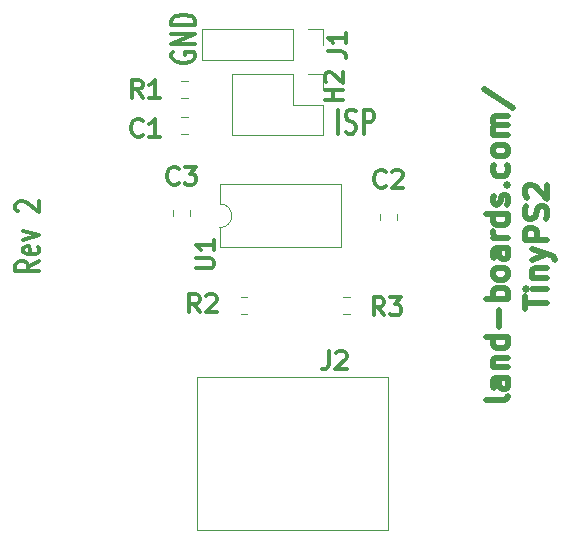
<source format=gbr>
G04 #@! TF.GenerationSoftware,KiCad,Pcbnew,(5.0.2)-1*
G04 #@! TF.CreationDate,2020-01-01T19:06:28-05:00*
G04 #@! TF.ProjectId,TinyPS2,54696e79-5053-4322-9e6b-696361645f70,X1*
G04 #@! TF.SameCoordinates,Original*
G04 #@! TF.FileFunction,Legend,Top*
G04 #@! TF.FilePolarity,Positive*
%FSLAX46Y46*%
G04 Gerber Fmt 4.6, Leading zero omitted, Abs format (unit mm)*
G04 Created by KiCad (PCBNEW (5.0.2)-1) date 1/1/2020 7:06:28 PM*
%MOMM*%
%LPD*%
G01*
G04 APERTURE LIST*
%ADD10C,0.304800*%
%ADD11C,0.476250*%
%ADD12C,0.120000*%
G04 APERTURE END LIST*
D10*
X24638000Y-18179142D02*
X24541238Y-18324285D01*
X24541238Y-18542000D01*
X24638000Y-18759714D01*
X24831523Y-18904857D01*
X25025047Y-18977428D01*
X25412095Y-19050000D01*
X25702380Y-19050000D01*
X26089428Y-18977428D01*
X26282952Y-18904857D01*
X26476476Y-18759714D01*
X26573238Y-18542000D01*
X26573238Y-18396857D01*
X26476476Y-18179142D01*
X26379714Y-18106571D01*
X25702380Y-18106571D01*
X25702380Y-18396857D01*
X26573238Y-17453428D02*
X24541238Y-17453428D01*
X26573238Y-16582571D01*
X24541238Y-16582571D01*
X26573238Y-15856857D02*
X24541238Y-15856857D01*
X24541238Y-15494000D01*
X24638000Y-15276285D01*
X24831523Y-15131142D01*
X25025047Y-15058571D01*
X25412095Y-14986000D01*
X25702380Y-14986000D01*
X26089428Y-15058571D01*
X26282952Y-15131142D01*
X26476476Y-15276285D01*
X26573238Y-15494000D01*
X26573238Y-15856857D01*
X13365238Y-35850285D02*
X12397619Y-36358285D01*
X13365238Y-36721142D02*
X11333238Y-36721142D01*
X11333238Y-36140571D01*
X11430000Y-35995428D01*
X11526761Y-35922857D01*
X11720285Y-35850285D01*
X12010571Y-35850285D01*
X12204095Y-35922857D01*
X12300857Y-35995428D01*
X12397619Y-36140571D01*
X12397619Y-36721142D01*
X13268476Y-34616571D02*
X13365238Y-34761714D01*
X13365238Y-35052000D01*
X13268476Y-35197142D01*
X13074952Y-35269714D01*
X12300857Y-35269714D01*
X12107333Y-35197142D01*
X12010571Y-35052000D01*
X12010571Y-34761714D01*
X12107333Y-34616571D01*
X12300857Y-34544000D01*
X12494380Y-34544000D01*
X12687904Y-35269714D01*
X12010571Y-34036000D02*
X13365238Y-33673142D01*
X12010571Y-33310285D01*
X11526761Y-31641142D02*
X11430000Y-31568571D01*
X11333238Y-31423428D01*
X11333238Y-31060571D01*
X11430000Y-30915428D01*
X11526761Y-30842857D01*
X11720285Y-30770285D01*
X11913809Y-30770285D01*
X12204095Y-30842857D01*
X13365238Y-31713714D01*
X13365238Y-30770285D01*
X38644285Y-25049238D02*
X38644285Y-23017238D01*
X39297428Y-24952476D02*
X39515142Y-25049238D01*
X39878000Y-25049238D01*
X40023142Y-24952476D01*
X40095714Y-24855714D01*
X40168285Y-24662190D01*
X40168285Y-24468666D01*
X40095714Y-24275142D01*
X40023142Y-24178380D01*
X39878000Y-24081619D01*
X39587714Y-23984857D01*
X39442571Y-23888095D01*
X39370000Y-23791333D01*
X39297428Y-23597809D01*
X39297428Y-23404285D01*
X39370000Y-23210761D01*
X39442571Y-23114000D01*
X39587714Y-23017238D01*
X39950571Y-23017238D01*
X40168285Y-23114000D01*
X40821428Y-25049238D02*
X40821428Y-23017238D01*
X41402000Y-23017238D01*
X41547142Y-23114000D01*
X41619714Y-23210761D01*
X41692285Y-23404285D01*
X41692285Y-23694571D01*
X41619714Y-23888095D01*
X41547142Y-23984857D01*
X41402000Y-24081619D01*
X40821428Y-24081619D01*
D11*
X53042910Y-47289357D02*
X52952196Y-47470785D01*
X52770767Y-47561500D01*
X51137910Y-47561500D01*
X53042910Y-45747214D02*
X52045053Y-45747214D01*
X51863625Y-45837928D01*
X51772910Y-46019357D01*
X51772910Y-46382214D01*
X51863625Y-46563642D01*
X52952196Y-45747214D02*
X53042910Y-45928642D01*
X53042910Y-46382214D01*
X52952196Y-46563642D01*
X52770767Y-46654357D01*
X52589339Y-46654357D01*
X52407910Y-46563642D01*
X52317196Y-46382214D01*
X52317196Y-45928642D01*
X52226482Y-45747214D01*
X51772910Y-44840071D02*
X53042910Y-44840071D01*
X51954339Y-44840071D02*
X51863625Y-44749357D01*
X51772910Y-44567928D01*
X51772910Y-44295785D01*
X51863625Y-44114357D01*
X52045053Y-44023642D01*
X53042910Y-44023642D01*
X53042910Y-42300071D02*
X51137910Y-42300071D01*
X52952196Y-42300071D02*
X53042910Y-42481500D01*
X53042910Y-42844357D01*
X52952196Y-43025785D01*
X52861482Y-43116500D01*
X52680053Y-43207214D01*
X52135767Y-43207214D01*
X51954339Y-43116500D01*
X51863625Y-43025785D01*
X51772910Y-42844357D01*
X51772910Y-42481500D01*
X51863625Y-42300071D01*
X52317196Y-41392928D02*
X52317196Y-39941500D01*
X53042910Y-39034357D02*
X51137910Y-39034357D01*
X51863625Y-39034357D02*
X51772910Y-38852928D01*
X51772910Y-38490071D01*
X51863625Y-38308642D01*
X51954339Y-38217928D01*
X52135767Y-38127214D01*
X52680053Y-38127214D01*
X52861482Y-38217928D01*
X52952196Y-38308642D01*
X53042910Y-38490071D01*
X53042910Y-38852928D01*
X52952196Y-39034357D01*
X53042910Y-37038642D02*
X52952196Y-37220071D01*
X52861482Y-37310785D01*
X52680053Y-37401500D01*
X52135767Y-37401500D01*
X51954339Y-37310785D01*
X51863625Y-37220071D01*
X51772910Y-37038642D01*
X51772910Y-36766500D01*
X51863625Y-36585071D01*
X51954339Y-36494357D01*
X52135767Y-36403642D01*
X52680053Y-36403642D01*
X52861482Y-36494357D01*
X52952196Y-36585071D01*
X53042910Y-36766500D01*
X53042910Y-37038642D01*
X53042910Y-34770785D02*
X52045053Y-34770785D01*
X51863625Y-34861500D01*
X51772910Y-35042928D01*
X51772910Y-35405785D01*
X51863625Y-35587214D01*
X52952196Y-34770785D02*
X53042910Y-34952214D01*
X53042910Y-35405785D01*
X52952196Y-35587214D01*
X52770767Y-35677928D01*
X52589339Y-35677928D01*
X52407910Y-35587214D01*
X52317196Y-35405785D01*
X52317196Y-34952214D01*
X52226482Y-34770785D01*
X53042910Y-33863642D02*
X51772910Y-33863642D01*
X52135767Y-33863642D02*
X51954339Y-33772928D01*
X51863625Y-33682214D01*
X51772910Y-33500785D01*
X51772910Y-33319357D01*
X53042910Y-31867928D02*
X51137910Y-31867928D01*
X52952196Y-31867928D02*
X53042910Y-32049357D01*
X53042910Y-32412214D01*
X52952196Y-32593642D01*
X52861482Y-32684357D01*
X52680053Y-32775071D01*
X52135767Y-32775071D01*
X51954339Y-32684357D01*
X51863625Y-32593642D01*
X51772910Y-32412214D01*
X51772910Y-32049357D01*
X51863625Y-31867928D01*
X52952196Y-31051500D02*
X53042910Y-30870071D01*
X53042910Y-30507214D01*
X52952196Y-30325785D01*
X52770767Y-30235071D01*
X52680053Y-30235071D01*
X52498625Y-30325785D01*
X52407910Y-30507214D01*
X52407910Y-30779357D01*
X52317196Y-30960785D01*
X52135767Y-31051500D01*
X52045053Y-31051500D01*
X51863625Y-30960785D01*
X51772910Y-30779357D01*
X51772910Y-30507214D01*
X51863625Y-30325785D01*
X52861482Y-29418642D02*
X52952196Y-29327928D01*
X53042910Y-29418642D01*
X52952196Y-29509357D01*
X52861482Y-29418642D01*
X53042910Y-29418642D01*
X52952196Y-27695071D02*
X53042910Y-27876500D01*
X53042910Y-28239357D01*
X52952196Y-28420785D01*
X52861482Y-28511500D01*
X52680053Y-28602214D01*
X52135767Y-28602214D01*
X51954339Y-28511500D01*
X51863625Y-28420785D01*
X51772910Y-28239357D01*
X51772910Y-27876500D01*
X51863625Y-27695071D01*
X53042910Y-26606500D02*
X52952196Y-26787928D01*
X52861482Y-26878642D01*
X52680053Y-26969357D01*
X52135767Y-26969357D01*
X51954339Y-26878642D01*
X51863625Y-26787928D01*
X51772910Y-26606500D01*
X51772910Y-26334357D01*
X51863625Y-26152928D01*
X51954339Y-26062214D01*
X52135767Y-25971500D01*
X52680053Y-25971500D01*
X52861482Y-26062214D01*
X52952196Y-26152928D01*
X53042910Y-26334357D01*
X53042910Y-26606500D01*
X53042910Y-25155071D02*
X51772910Y-25155071D01*
X51954339Y-25155071D02*
X51863625Y-25064357D01*
X51772910Y-24882928D01*
X51772910Y-24610785D01*
X51863625Y-24429357D01*
X52045053Y-24338642D01*
X53042910Y-24338642D01*
X52045053Y-24338642D02*
X51863625Y-24247928D01*
X51772910Y-24066500D01*
X51772910Y-23794357D01*
X51863625Y-23612928D01*
X52045053Y-23522214D01*
X53042910Y-23522214D01*
X51047196Y-21254357D02*
X53496482Y-22887214D01*
X54471660Y-39896142D02*
X54471660Y-38807571D01*
X56376660Y-39351857D02*
X54471660Y-39351857D01*
X56376660Y-38172571D02*
X55106660Y-38172571D01*
X54471660Y-38172571D02*
X54562375Y-38263285D01*
X54653089Y-38172571D01*
X54562375Y-38081857D01*
X54471660Y-38172571D01*
X54653089Y-38172571D01*
X55106660Y-37265428D02*
X56376660Y-37265428D01*
X55288089Y-37265428D02*
X55197375Y-37174714D01*
X55106660Y-36993285D01*
X55106660Y-36721142D01*
X55197375Y-36539714D01*
X55378803Y-36449000D01*
X56376660Y-36449000D01*
X55106660Y-35723285D02*
X56376660Y-35269714D01*
X55106660Y-34816142D02*
X56376660Y-35269714D01*
X56830232Y-35451142D01*
X56920946Y-35541857D01*
X57011660Y-35723285D01*
X56376660Y-34090428D02*
X54471660Y-34090428D01*
X54471660Y-33364714D01*
X54562375Y-33183285D01*
X54653089Y-33092571D01*
X54834517Y-33001857D01*
X55106660Y-33001857D01*
X55288089Y-33092571D01*
X55378803Y-33183285D01*
X55469517Y-33364714D01*
X55469517Y-34090428D01*
X56285946Y-32276142D02*
X56376660Y-32004000D01*
X56376660Y-31550428D01*
X56285946Y-31369000D01*
X56195232Y-31278285D01*
X56013803Y-31187571D01*
X55832375Y-31187571D01*
X55650946Y-31278285D01*
X55560232Y-31369000D01*
X55469517Y-31550428D01*
X55378803Y-31913285D01*
X55288089Y-32094714D01*
X55197375Y-32185428D01*
X55015946Y-32276142D01*
X54834517Y-32276142D01*
X54653089Y-32185428D01*
X54562375Y-32094714D01*
X54471660Y-31913285D01*
X54471660Y-31459714D01*
X54562375Y-31187571D01*
X54653089Y-30461857D02*
X54562375Y-30371142D01*
X54471660Y-30189714D01*
X54471660Y-29736142D01*
X54562375Y-29554714D01*
X54653089Y-29464000D01*
X54834517Y-29373285D01*
X55015946Y-29373285D01*
X55288089Y-29464000D01*
X56376660Y-30552571D01*
X56376660Y-29373285D01*
D12*
G04 #@! TO.C,C3*
X26110000Y-31488748D02*
X26110000Y-32011252D01*
X24690000Y-31488748D02*
X24690000Y-32011252D01*
G04 #@! TO.C,C1*
X25915252Y-25094000D02*
X25392748Y-25094000D01*
X25915252Y-23674000D02*
X25392748Y-23674000D01*
G04 #@! TO.C,C2*
X43636000Y-32392252D02*
X43636000Y-31869748D01*
X42216000Y-32392252D02*
X42216000Y-31869748D01*
G04 #@! TO.C,H2*
X29658000Y-20006000D02*
X29658000Y-25206000D01*
X34798000Y-20006000D02*
X29658000Y-20006000D01*
X37398000Y-25206000D02*
X29658000Y-25206000D01*
X34798000Y-20006000D02*
X34798000Y-22606000D01*
X34798000Y-22606000D02*
X37398000Y-22606000D01*
X37398000Y-22606000D02*
X37398000Y-25206000D01*
X36068000Y-20006000D02*
X37398000Y-20006000D01*
X37398000Y-20006000D02*
X37398000Y-21336000D01*
G04 #@! TO.C,J1*
X27118000Y-16196000D02*
X27118000Y-18856000D01*
X34798000Y-16196000D02*
X27118000Y-16196000D01*
X34798000Y-18856000D02*
X27118000Y-18856000D01*
X34798000Y-16196000D02*
X34798000Y-18856000D01*
X36068000Y-16196000D02*
X37398000Y-16196000D01*
X37398000Y-16196000D02*
X37398000Y-17526000D01*
G04 #@! TO.C,J2*
X42868000Y-45638000D02*
X42868000Y-58638000D01*
X26668000Y-45638000D02*
X26668000Y-58638000D01*
X26668000Y-45638000D02*
X42868000Y-45638000D01*
X26668000Y-58638000D02*
X42868000Y-58638000D01*
G04 #@! TO.C,R1*
X25392748Y-20626000D02*
X25915252Y-20626000D01*
X25392748Y-22046000D02*
X25915252Y-22046000D01*
G04 #@! TO.C,U1*
X28642000Y-31004000D02*
G75*
G02X28642000Y-33004000I0J-1000000D01*
G01*
X28642000Y-33004000D02*
X28642000Y-34654000D01*
X28642000Y-34654000D02*
X38922000Y-34654000D01*
X38922000Y-34654000D02*
X38922000Y-29354000D01*
X38922000Y-29354000D02*
X28642000Y-29354000D01*
X28642000Y-29354000D02*
X28642000Y-31004000D01*
G04 #@! TO.C,R2*
X30442749Y-40293001D02*
X30965253Y-40293001D01*
X30442749Y-38873001D02*
X30965253Y-38873001D01*
G04 #@! TO.C,R3*
X39631252Y-40334000D02*
X39108748Y-40334000D01*
X39631252Y-38914000D02*
X39108748Y-38914000D01*
G04 #@! TO.C,C3*
D10*
X25146000Y-29246285D02*
X25073428Y-29318857D01*
X24855714Y-29391428D01*
X24710571Y-29391428D01*
X24492857Y-29318857D01*
X24347714Y-29173714D01*
X24275142Y-29028571D01*
X24202571Y-28738285D01*
X24202571Y-28520571D01*
X24275142Y-28230285D01*
X24347714Y-28085142D01*
X24492857Y-27940000D01*
X24710571Y-27867428D01*
X24855714Y-27867428D01*
X25073428Y-27940000D01*
X25146000Y-28012571D01*
X25654000Y-27867428D02*
X26597428Y-27867428D01*
X26089428Y-28448000D01*
X26307142Y-28448000D01*
X26452285Y-28520571D01*
X26524857Y-28593142D01*
X26597428Y-28738285D01*
X26597428Y-29101142D01*
X26524857Y-29246285D01*
X26452285Y-29318857D01*
X26307142Y-29391428D01*
X25871714Y-29391428D01*
X25726571Y-29318857D01*
X25654000Y-29246285D01*
G04 #@! TO.C,C1*
X22098000Y-25182285D02*
X22025428Y-25254857D01*
X21807714Y-25327428D01*
X21662571Y-25327428D01*
X21444857Y-25254857D01*
X21299714Y-25109714D01*
X21227142Y-24964571D01*
X21154571Y-24674285D01*
X21154571Y-24456571D01*
X21227142Y-24166285D01*
X21299714Y-24021142D01*
X21444857Y-23876000D01*
X21662571Y-23803428D01*
X21807714Y-23803428D01*
X22025428Y-23876000D01*
X22098000Y-23948571D01*
X23549428Y-25327428D02*
X22678571Y-25327428D01*
X23114000Y-25327428D02*
X23114000Y-23803428D01*
X22968857Y-24021142D01*
X22823714Y-24166285D01*
X22678571Y-24238857D01*
G04 #@! TO.C,C2*
X42672000Y-29500285D02*
X42599428Y-29572857D01*
X42381714Y-29645428D01*
X42236571Y-29645428D01*
X42018857Y-29572857D01*
X41873714Y-29427714D01*
X41801142Y-29282571D01*
X41728571Y-28992285D01*
X41728571Y-28774571D01*
X41801142Y-28484285D01*
X41873714Y-28339142D01*
X42018857Y-28194000D01*
X42236571Y-28121428D01*
X42381714Y-28121428D01*
X42599428Y-28194000D01*
X42672000Y-28266571D01*
X43252571Y-28266571D02*
X43325142Y-28194000D01*
X43470285Y-28121428D01*
X43833142Y-28121428D01*
X43978285Y-28194000D01*
X44050857Y-28266571D01*
X44123428Y-28411714D01*
X44123428Y-28556857D01*
X44050857Y-28774571D01*
X43180000Y-29645428D01*
X44123428Y-29645428D01*
G04 #@! TO.C,H2*
X39043428Y-22243142D02*
X37519428Y-22243142D01*
X38245142Y-22243142D02*
X38245142Y-21372285D01*
X39043428Y-21372285D02*
X37519428Y-21372285D01*
X37664571Y-20719142D02*
X37592000Y-20646571D01*
X37519428Y-20501428D01*
X37519428Y-20138571D01*
X37592000Y-19993428D01*
X37664571Y-19920857D01*
X37809714Y-19848285D01*
X37954857Y-19848285D01*
X38172571Y-19920857D01*
X39043428Y-20791714D01*
X39043428Y-19848285D01*
G04 #@! TO.C,J1*
X37773428Y-18034000D02*
X38862000Y-18034000D01*
X39079714Y-18106571D01*
X39224857Y-18251714D01*
X39297428Y-18469428D01*
X39297428Y-18614571D01*
X39297428Y-16510000D02*
X39297428Y-17380857D01*
X39297428Y-16945428D02*
X37773428Y-16945428D01*
X37991142Y-17090571D01*
X38136285Y-17235714D01*
X38208857Y-17380857D01*
G04 #@! TO.C,J2*
X37846000Y-43488428D02*
X37846000Y-44577000D01*
X37773428Y-44794714D01*
X37628285Y-44939857D01*
X37410571Y-45012428D01*
X37265428Y-45012428D01*
X38499142Y-43633571D02*
X38571714Y-43561000D01*
X38716857Y-43488428D01*
X39079714Y-43488428D01*
X39224857Y-43561000D01*
X39297428Y-43633571D01*
X39370000Y-43778714D01*
X39370000Y-43923857D01*
X39297428Y-44141571D01*
X38426571Y-45012428D01*
X39370000Y-45012428D01*
G04 #@! TO.C,R1*
X22098000Y-22025428D02*
X21590000Y-21299714D01*
X21227142Y-22025428D02*
X21227142Y-20501428D01*
X21807714Y-20501428D01*
X21952857Y-20574000D01*
X22025428Y-20646571D01*
X22098000Y-20791714D01*
X22098000Y-21009428D01*
X22025428Y-21154571D01*
X21952857Y-21227142D01*
X21807714Y-21299714D01*
X21227142Y-21299714D01*
X23549428Y-22025428D02*
X22678571Y-22025428D01*
X23114000Y-22025428D02*
X23114000Y-20501428D01*
X22968857Y-20719142D01*
X22823714Y-20864285D01*
X22678571Y-20936857D01*
G04 #@! TO.C,U1*
X26597428Y-36467142D02*
X27831142Y-36467142D01*
X27976285Y-36394571D01*
X28048857Y-36322000D01*
X28121428Y-36176857D01*
X28121428Y-35886571D01*
X28048857Y-35741428D01*
X27976285Y-35668857D01*
X27831142Y-35596285D01*
X26597428Y-35596285D01*
X28121428Y-34072285D02*
X28121428Y-34943142D01*
X28121428Y-34507714D02*
X26597428Y-34507714D01*
X26815142Y-34652857D01*
X26960285Y-34798000D01*
X27032857Y-34943142D01*
G04 #@! TO.C,R2*
X26924000Y-40186428D02*
X26416000Y-39460714D01*
X26053142Y-40186428D02*
X26053142Y-38662428D01*
X26633714Y-38662428D01*
X26778857Y-38735000D01*
X26851428Y-38807571D01*
X26924000Y-38952714D01*
X26924000Y-39170428D01*
X26851428Y-39315571D01*
X26778857Y-39388142D01*
X26633714Y-39460714D01*
X26053142Y-39460714D01*
X27504571Y-38807571D02*
X27577142Y-38735000D01*
X27722285Y-38662428D01*
X28085142Y-38662428D01*
X28230285Y-38735000D01*
X28302857Y-38807571D01*
X28375428Y-38952714D01*
X28375428Y-39097857D01*
X28302857Y-39315571D01*
X27432000Y-40186428D01*
X28375428Y-40186428D01*
G04 #@! TO.C,R3*
X42545000Y-40440428D02*
X42037000Y-39714714D01*
X41674142Y-40440428D02*
X41674142Y-38916428D01*
X42254714Y-38916428D01*
X42399857Y-38989000D01*
X42472428Y-39061571D01*
X42545000Y-39206714D01*
X42545000Y-39424428D01*
X42472428Y-39569571D01*
X42399857Y-39642142D01*
X42254714Y-39714714D01*
X41674142Y-39714714D01*
X43053000Y-38916428D02*
X43996428Y-38916428D01*
X43488428Y-39497000D01*
X43706142Y-39497000D01*
X43851285Y-39569571D01*
X43923857Y-39642142D01*
X43996428Y-39787285D01*
X43996428Y-40150142D01*
X43923857Y-40295285D01*
X43851285Y-40367857D01*
X43706142Y-40440428D01*
X43270714Y-40440428D01*
X43125571Y-40367857D01*
X43053000Y-40295285D01*
G04 #@! TD*
M02*

</source>
